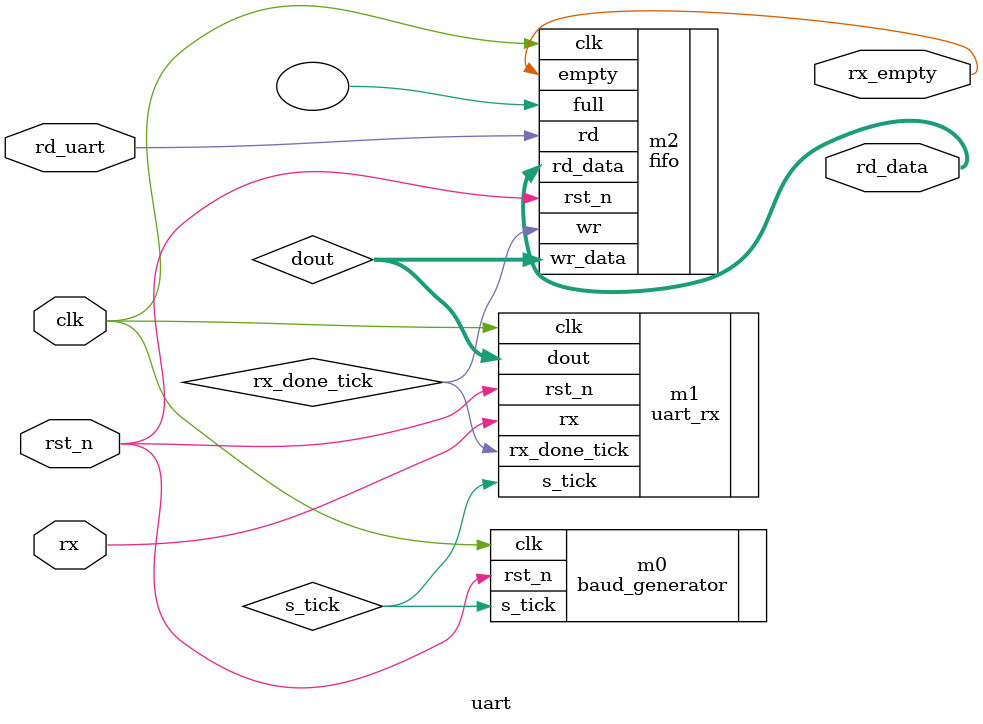
<source format=v>
`timescale 1ns / 1ps

   module uart
	#(parameter DBIT=8,SB_TICK=16,DVSR=326,DVSR_WIDTH=9,FIFO_W=2)
	(
	input clk,rst_n,
	input rd_uart,
	input rx,
	output[7:0] rd_data,
	output rx_empty
    );

	 wire s_tick,rx_done_tick,empty;
	 wire[7:0] dout,rd_data_tx;
	 
	 
	baud_generator #(.N(DVSR),.N_width(DVSR_WIDTH)) m0
	(
	.clk(clk),
	.rst_n(rst_n),
	.s_tick(s_tick)
    );
	 
	 uart_rx #(.DBIT(DBIT),.SB_TICK(SB_TICK)) m1 //DBIT=data bits , SB_TICK=ticks for stop bit (16 for 1 bit ,32 for 2 bits)
	(
		.clk(clk),
		.rst_n(rst_n),
		.rx(rx),
		.s_tick(s_tick),
		.rx_done_tick(rx_done_tick),
		.dout(dout)
    );
	 fifo #(.W(FIFO_W),.B(DBIT)) m2
	(
		.clk(clk),
		.rst_n(rst_n),
		.wr(rx_done_tick),
		.rd(rd_uart),
		.wr_data(dout),
		.rd_data(rd_data),
		.full(),
		.empty(rx_empty)
    );
	

endmodule

</source>
